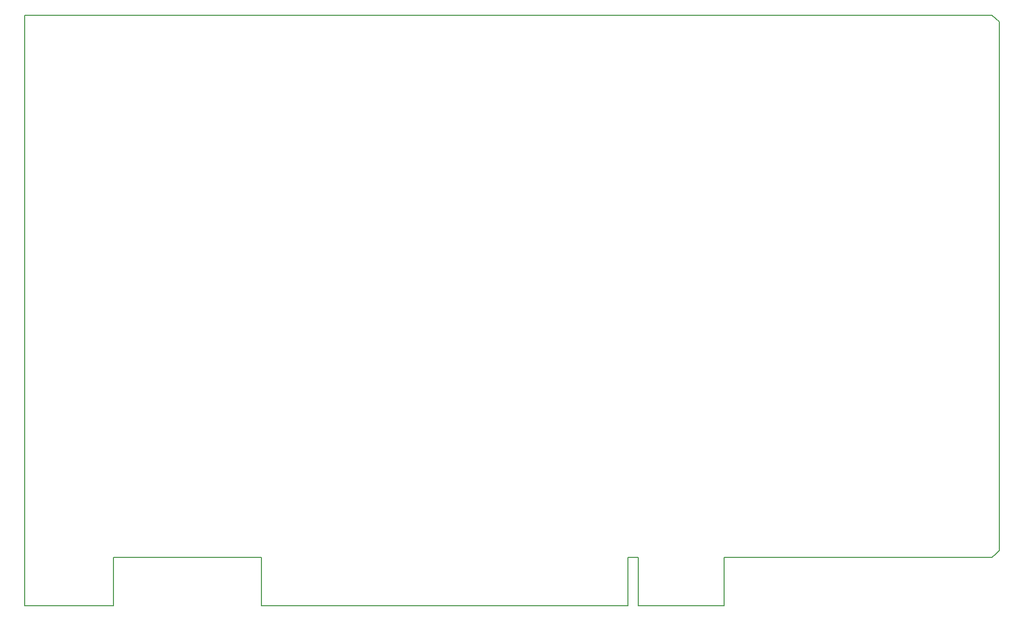
<source format=gbr>
G04 DipTrace 3.1.0.1*
G04 PCIUSB_dimension.gbr*
%MOMM*%
G04 #@! TF.FileFunction,Profile*
G04 #@! TF.Part,Single*
%ADD11C,0.14*%
%FSLAX35Y35*%
G04*
G71*
G90*
G75*
G01*
G04 BoardOutline*
%LPD*%
X1000000Y1000000D2*
D11*
X2521313Y1000033D1*
X2521300Y1829900D1*
X5060000D1*
Y1000000D1*
X11350000D1*
Y1829900D1*
X11533000D1*
Y1000000D1*
X13000000D1*
Y1829900D1*
X17602900Y1829740D1*
X17666200Y1889100D1*
X17728800Y1945700D1*
X17728830Y11022763D1*
X17666223Y11079397D1*
X17602900Y11138763D1*
X1000000Y11138900D1*
Y1000000D1*
M02*

</source>
